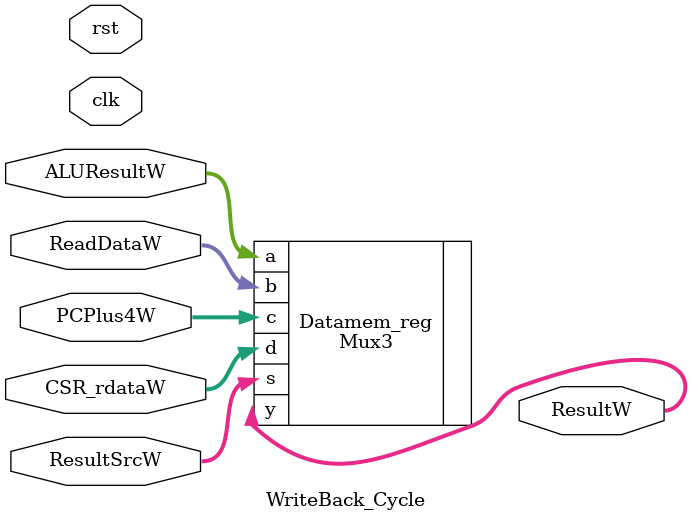
<source format=v>
`timescale 1ns / 1ps

`include "Mux3.v"
module WriteBack_Cycle(
         clk, rst,
          ResultW, ResultSrcW, ALUResultW, ReadDataW, PCPlus4W, CSR_rdataW   
    );
    input clk, rst;
    input [1:0]ResultSrcW;
    input [31:0]PCPlus4W, ALUResultW, ReadDataW, CSR_rdataW;
   
   output [31:0]ResultW;
   
    Mux3 Datamem_reg(
    .a(ALUResultW), 
    .b(ReadDataW), 
    .c(PCPlus4W),
    .d(CSR_rdataW), 
    .s(ResultSrcW), 
    .y(ResultW)
    );  
endmodule

</source>
